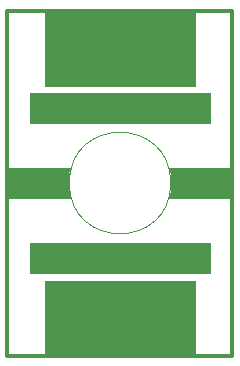
<source format=gbr>
%TF.GenerationSoftware,KiCad,Pcbnew,(5.1.10)-1*%
%TF.CreationDate,2021-09-07T16:08:56+10:00*%
%TF.ProjectId,pannel-overlay,70616e6e-656c-42d6-9f76-65726c61792e,rev?*%
%TF.SameCoordinates,Original*%
%TF.FileFunction,Legend,Top*%
%TF.FilePolarity,Positive*%
%FSLAX46Y46*%
G04 Gerber Fmt 4.6, Leading zero omitted, Abs format (unit mm)*
G04 Created by KiCad (PCBNEW (5.1.10)-1) date 2021-09-07 16:08:56*
%MOMM*%
%LPD*%
G01*
G04 APERTURE LIST*
%ADD10C,0.100000*%
%ADD11C,0.300000*%
%ADD12C,0.120000*%
G04 APERTURE END LIST*
D10*
G36*
X123190000Y-112395000D02*
G01*
X110490000Y-112395000D01*
X110490000Y-106045000D01*
X123190000Y-106045000D01*
X123190000Y-112395000D01*
G37*
X123190000Y-112395000D02*
X110490000Y-112395000D01*
X110490000Y-106045000D01*
X123190000Y-106045000D01*
X123190000Y-112395000D01*
G36*
X126365000Y-99060000D02*
G01*
X120990360Y-99060000D01*
X121175780Y-98430080D01*
X121175780Y-97160080D01*
X121046240Y-96644460D01*
X120954800Y-96520000D01*
X126365000Y-96520000D01*
X126365000Y-99060000D01*
G37*
X126365000Y-99060000D02*
X120990360Y-99060000D01*
X121175780Y-98430080D01*
X121175780Y-97160080D01*
X121046240Y-96644460D01*
X120954800Y-96520000D01*
X126365000Y-96520000D01*
X126365000Y-99060000D01*
G36*
X112547400Y-97053400D02*
G01*
X112547400Y-98831400D01*
X112699800Y-99060000D01*
X107315000Y-99060000D01*
X107315000Y-96520000D01*
X112674400Y-96520000D01*
X112547400Y-97053400D01*
G37*
X112547400Y-97053400D02*
X112547400Y-98831400D01*
X112699800Y-99060000D01*
X107315000Y-99060000D01*
X107315000Y-96520000D01*
X112674400Y-96520000D01*
X112547400Y-97053400D01*
G36*
X124460000Y-105410000D02*
G01*
X109220000Y-105410000D01*
X109220000Y-102870000D01*
X124460000Y-102870000D01*
X124460000Y-105410000D01*
G37*
X124460000Y-105410000D02*
X109220000Y-105410000D01*
X109220000Y-102870000D01*
X124460000Y-102870000D01*
X124460000Y-105410000D01*
G36*
X124460000Y-92710000D02*
G01*
X109220000Y-92710000D01*
X109220000Y-90170000D01*
X124460000Y-90170000D01*
X124460000Y-92710000D01*
G37*
X124460000Y-92710000D02*
X109220000Y-92710000D01*
X109220000Y-90170000D01*
X124460000Y-90170000D01*
X124460000Y-92710000D01*
G36*
X123190000Y-89535000D02*
G01*
X110490000Y-89535000D01*
X110490000Y-83185000D01*
X123190000Y-83185000D01*
X123190000Y-89535000D01*
G37*
X123190000Y-89535000D02*
X110490000Y-89535000D01*
X110490000Y-83185000D01*
X123190000Y-83185000D01*
X123190000Y-89535000D01*
D11*
X107315000Y-112395000D02*
X107315000Y-83185000D01*
X126365000Y-112395000D02*
X107315000Y-112395000D01*
X126365000Y-83185000D02*
X126365000Y-112395000D01*
X107315000Y-83185000D02*
X126365000Y-83185000D01*
D12*
%TO.C,REF\u002A\u002A*%
X121140000Y-97790000D02*
G75*
G03*
X121140000Y-97790000I-4300000J0D01*
G01*
%TD*%
M02*

</source>
